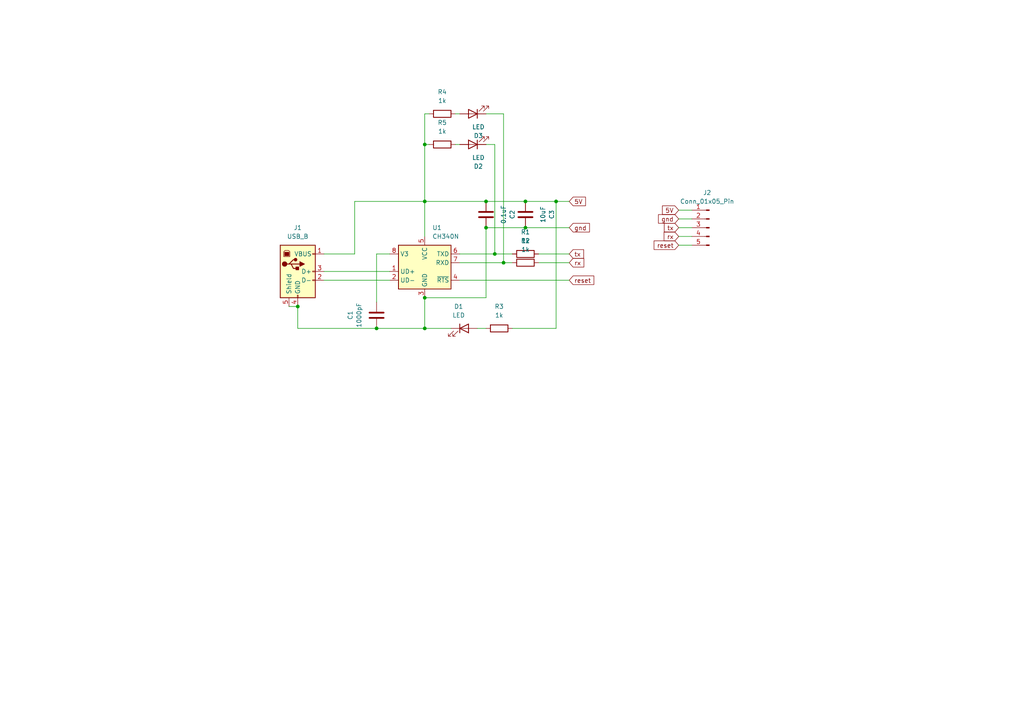
<source format=kicad_sch>
(kicad_sch (version 20231120) (generator "eeschema") (generator_version "8.0")
  (paper "A4")
  (lib_symbols
    (symbol "Connector:Conn_01x05_Pin" (pin_names (offset 1.016) hide)
      (property "Reference" "J" (at 0 7.62 0))
      (property "Value" "Conn_01x05_Pin" (at 0 -7.62 0))
      (symbol "Conn_01x05_Pin_1_1"
        (polyline (pts (xy 1.27 -5.08) (xy 0.8636 -5.08)) (stroke (width 0.1524)))
        (polyline (pts (xy 1.27 -2.54) (xy 0.8636 -2.54)) (stroke (width 0.1524)))
        (polyline (pts (xy 1.27 0) (xy 0.8636 0)) (stroke (width 0.1524)))
        (polyline (pts (xy 1.27 2.54) (xy 0.8636 2.54)) (stroke (width 0.1524)))
        (polyline (pts (xy 1.27 5.08) (xy 0.8636 5.08)) (stroke (width 0.1524)))
        (rectangle (start 0.8636 -4.953) (end 0 -5.207) (stroke (width 0.1524)) (fill (type outline)))
        (rectangle (start 0.8636 -2.413) (end 0 -2.667) (stroke (width 0.1524)) (fill (type outline)))
        (rectangle (start 0.8636 0.127) (end 0 -0.127) (stroke (width 0.1524)) (fill (type outline)))
        (rectangle (start 0.8636 2.667) (end 0 2.413) (stroke (width 0.1524)) (fill (type outline)))
        (rectangle (start 0.8636 5.207) (end 0 4.953) (stroke (width 0.1524)) (fill (type outline)))
        (pin passive line (at 5.08 5.08 180) (length 3.81) (name "Pin_1") (number "1"))
        (pin passive line (at 5.08 2.54 180) (length 3.81) (name "Pin_2") (number "2"))
        (pin passive line (at 5.08 0 180) (length 3.81) (name "Pin_3") (number "3"))
        (pin passive line (at 5.08 -2.54 180) (length 3.81) (name "Pin_4") (number "4"))
        (pin passive line (at 5.08 -5.08 180) (length 3.81) (name "Pin_5") (number "5"))
      )
    )
    (symbol "Connector:USB_B" (pin_names (offset 1.016))
      (property "Reference" "J" (at -5.08 11.43 0))
      (property "Value" "USB_B" (at -5.08 8.89 0))
      (symbol "USB_B_0_1"
        (rectangle (start -5.08 -7.62) (end 5.08 7.62) (stroke (width 0.254)) (fill (type background)))
        (circle (center -3.81 2.159) (radius 0.635) (stroke (width 0.254)) (fill (type outline)))
        (rectangle (start -3.81 5.588) (end -2.54 4.572) (fill (type outline)))
        (circle (center -0.635 3.429) (radius 0.381) (stroke (width 0.254)) (fill (type outline)))
        (rectangle (start -0.127 -7.62) (end 0.127 -6.858))
        (polyline (pts (xy -1.905 2.159) (xy 0.635 2.159)) (stroke (width 0.254)))
        (polyline (pts (xy -3.175 2.159) (xy -2.54 2.159) (xy -1.27 3.429) (xy -0.635 3.429)) (stroke (width 0.254)))
        (polyline (pts (xy -2.54 2.159) (xy -1.905 2.159) (xy -1.27 0.889) (xy 0 0.889)) (stroke (width 0.254)))
        (polyline (pts (xy 0.635 2.794) (xy 0.635 1.524) (xy 1.905 2.159) (xy 0.635 2.794)) (stroke (width 0.254)) (fill (type outline)))
        (polyline (pts (xy -4.064 4.318) (xy -2.286 4.318) (xy -2.286 5.715) (xy -2.667 6.096) (xy -3.683 6.096) (xy -4.064 5.715) (xy -4.064 4.318)))
        (rectangle (start 0.254 1.27) (end -0.508 0.508) (stroke (width 0.254)) (fill (type outline)))
        (rectangle (start 5.08 -2.667) (end 4.318 -2.413))
        (rectangle (start 5.08 -0.127) (end 4.318 0.127))
        (rectangle (start 5.08 4.953) (end 4.318 5.207))
      )
      (symbol "USB_B_1_1"
        (pin power_out line (at 7.62 5.08 180) (length 2.54) (name "VBUS") (number "1"))
        (pin bidirectional line (at 7.62 -2.54 180) (length 2.54) (name "D-") (number "2"))
        (pin bidirectional line (at 7.62 0 180) (length 2.54) (name "D+") (number "3"))
        (pin power_out line (at 0 -10.16 90) (length 2.54) (name "GND") (number "4"))
        (pin passive line (at -2.54 -10.16 90) (length 2.54) (name "Shield") (number "5"))
      )
    )
    (symbol "Device:C" (pin_numbers hide) (pin_names (offset 0.254))
      (property "Reference" "C" (at 0.635 2.54 0))
      (property "Value" "C" (at 0.635 -2.54 0))
      (symbol "C_0_1"
        (polyline (pts (xy -2.032 -0.762) (xy 2.032 -0.762)) (stroke (width 0.508)))
        (polyline (pts (xy -2.032 0.762) (xy 2.032 0.762)) (stroke (width 0.508)))
      )
      (symbol "C_1_1"
        (pin passive line (at 0 3.81 270) (length 2.794) (name "~") (number "1"))
        (pin passive line (at 0 -3.81 90) (length 2.794) (name "~") (number "2"))
      )
    )
    (symbol "Device:LED" (pin_numbers hide) (pin_names (offset 1.016) hide)
      (property "Reference" "D" (at 0 2.54 0))
      (property "Value" "LED" (at 0 -2.54 0))
      (symbol "LED_0_1"
        (polyline (pts (xy -1.27 -1.27) (xy -1.27 1.27)) (stroke (width 0.254)))
        (polyline (pts (xy -1.27 0) (xy 1.27 0)))
        (polyline (pts (xy 1.27 -1.27) (xy 1.27 1.27) (xy -1.27 0) (xy 1.27 -1.27)) (stroke (width 0.254)))
        (polyline (pts (xy -3.048 -0.762) (xy -4.572 -2.286) (xy -3.81 -2.286) (xy -4.572 -2.286) (xy -4.572 -1.524)))
        (polyline (pts (xy -1.778 -0.762) (xy -3.302 -2.286) (xy -2.54 -2.286) (xy -3.302 -2.286) (xy -3.302 -1.524)))
      )
      (symbol "LED_1_1"
        (pin passive line (at -3.81 0 0) (length 2.54) (name "K") (number "1"))
        (pin passive line (at 3.81 0 180) (length 2.54) (name "A") (number "2"))
      )
    )
    (symbol "Device:R" (pin_numbers hide) (pin_names (offset 0))
      (property "Reference" "R" (at 2.032 0 90))
      (property "Value" "R" (at 0 0 90))
      (symbol "R_0_1"
        (rectangle (start -1.016 -2.54) (end 1.016 2.54) (stroke (width 0.254)))
      )
      (symbol "R_1_1"
        (pin passive line (at 0 3.81 270) (length 1.27) (name "~") (number "1"))
        (pin passive line (at 0 -3.81 90) (length 1.27) (name "~") (number "2"))
      )
    )
    (symbol "Interface_USB:CH340N"
      (property "Reference" "U" (at -7.62 6.35 0))
      (property "Value" "CH340N" (at 7.62 6.35 0))
      (symbol "CH340N_0_1"
        (rectangle (start -7.62 5.08) (end 7.62 -7.62) (stroke (width 0.254)) (fill (type background)))
      )
      (symbol "CH340N_1_1"
        (pin bidirectional line (at -10.16 -2.54 0) (length 2.54) (name "UD+") (number "1"))
        (pin bidirectional line (at -10.16 -5.08 0) (length 2.54) (name "UD-") (number "2"))
        (pin power_in line (at 0 -10.16 90) (length 2.54) (name "GND") (number "3"))
        (pin output line (at 10.16 -5.08 180) (length 2.54) (name "~{RTS}") (number "4"))
        (pin power_in line (at 0 7.62 270) (length 2.54) (name "VCC") (number "5"))
        (pin output line (at 10.16 2.54 180) (length 2.54) (name "TXD") (number "6"))
        (pin input line (at 10.16 0 180) (length 2.54) (name "RXD") (number "7"))
        (pin passive line (at -10.16 2.54 0) (length 2.54) (name "V3") (number "8"))
      )
    )
  )
  (junction (at 86.36 88.9))
  (junction (at 140.97 58.42))
  (junction (at 123.19 58.42))
  (junction (at 123.19 41.91))
  (junction (at 140.97 66.04))
  (junction (at 152.4 58.42))
  (junction (at 109.22 95.25))
  (junction (at 123.19 86.36))
  (junction (at 146.05 76.2))
  (junction (at 143.51 73.66))
  (junction (at 123.19 95.25))
  (junction (at 161.29 58.42))
  (junction (at 152.4 66.04))
  (wire (pts (xy 200.66 71.12) (xy 196.85 71.12)))
  (wire (pts (xy 132.08 33.02) (xy 133.35 33.02)))
  (wire (pts (xy 102.87 73.66) (xy 102.87 58.42)))
  (wire (pts (xy 86.36 88.9) (xy 86.36 95.25)))
  (wire (pts (xy 146.05 33.02) (xy 146.05 76.2)))
  (wire (pts (xy 140.97 66.04) (xy 140.97 86.36)))
  (wire (pts (xy 156.21 76.2) (xy 165.1 76.2)))
  (wire (pts (xy 102.87 58.42) (xy 123.19 58.42)))
  (wire (pts (xy 83.82 88.9) (xy 86.36 88.9)))
  (wire (pts (xy 152.4 66.04) (xy 165.1 66.04)))
  (wire (pts (xy 200.66 66.04) (xy 196.85 66.04)))
  (wire (pts (xy 146.05 76.2) (xy 148.59 76.2)))
  (wire (pts (xy 161.29 58.42) (xy 161.29 95.25)))
  (wire (pts (xy 143.51 41.91) (xy 143.51 73.66)))
  (wire (pts (xy 123.19 68.58) (xy 123.19 58.42)))
  (wire (pts (xy 123.19 95.25) (xy 123.19 86.36)))
  (wire (pts (xy 140.97 66.04) (xy 152.4 66.04)))
  (wire (pts (xy 123.19 41.91) (xy 123.19 33.02)))
  (wire (pts (xy 133.35 81.28) (xy 165.1 81.28)))
  (wire (pts (xy 109.22 73.66) (xy 109.22 87.63)))
  (wire (pts (xy 123.19 86.36) (xy 140.97 86.36)))
  (wire (pts (xy 143.51 73.66) (xy 148.59 73.66)))
  (wire (pts (xy 133.35 76.2) (xy 146.05 76.2)))
  (wire (pts (xy 200.66 68.58) (xy 196.85 68.58)))
  (wire (pts (xy 93.98 78.74) (xy 113.03 78.74)))
  (wire (pts (xy 140.97 58.42) (xy 152.4 58.42)))
  (wire (pts (xy 161.29 58.42) (xy 165.1 58.42)))
  (wire (pts (xy 140.97 33.02) (xy 146.05 33.02)))
  (wire (pts (xy 200.66 60.96) (xy 196.85 60.96)))
  (wire (pts (xy 109.22 95.25) (xy 123.19 95.25)))
  (wire (pts (xy 156.21 73.66) (xy 165.1 73.66)))
  (wire (pts (xy 138.43 95.25) (xy 140.97 95.25)))
  (wire (pts (xy 152.4 58.42) (xy 161.29 58.42)))
  (wire (pts (xy 123.19 41.91) (xy 124.46 41.91)))
  (wire (pts (xy 86.36 95.25) (xy 109.22 95.25)))
  (wire (pts (xy 132.08 41.91) (xy 133.35 41.91)))
  (wire (pts (xy 123.19 58.42) (xy 123.19 41.91)))
  (wire (pts (xy 93.98 73.66) (xy 102.87 73.66)))
  (wire (pts (xy 109.22 73.66) (xy 113.03 73.66)))
  (wire (pts (xy 148.59 95.25) (xy 161.29 95.25)))
  (wire (pts (xy 140.97 41.91) (xy 143.51 41.91)))
  (wire (pts (xy 133.35 73.66) (xy 143.51 73.66)))
  (wire (pts (xy 123.19 58.42) (xy 140.97 58.42)))
  (wire (pts (xy 200.66 63.5) (xy 196.85 63.5)))
  (wire (pts (xy 123.19 95.25) (xy 130.81 95.25)))
  (wire (pts (xy 123.19 33.02) (xy 124.46 33.02)))
  (wire (pts (xy 93.98 81.28) (xy 113.03 81.28)))
  (global_label "tx" (shape input) (at 165.1 73.66 0) (property "Intersheetrefs" "${INTERSHEET_REFS}" (effects (hide yes))))
  (global_label "reset" (shape input) (at 196.85 71.12 180) (property "Intersheetrefs" "${INTERSHEET_REFS}" (effects (hide yes))))
  (global_label "gnd" (shape input) (at 196.85 63.5 180) (property "Intersheetrefs" "${INTERSHEET_REFS}" (effects (hide yes))))
  (global_label "5V" (shape input) (at 196.85 60.96 180) (property "Intersheetrefs" "${INTERSHEET_REFS}" (effects (hide yes))))
  (global_label "gnd" (shape input) (at 165.1 66.04 0) (property "Intersheetrefs" "${INTERSHEET_REFS}" (effects (hide yes))))
  (global_label "rx" (shape input) (at 196.85 68.58 180) (property "Intersheetrefs" "${INTERSHEET_REFS}" (effects (hide yes))))
  (global_label "rx" (shape input) (at 165.1 76.2 0) (property "Intersheetrefs" "${INTERSHEET_REFS}" (effects (hide yes))))
  (global_label "5V" (shape input) (at 165.1 58.42 0) (property "Intersheetrefs" "${INTERSHEET_REFS}" (effects (hide yes))))
  (global_label "tx" (shape input) (at 196.85 66.04 180) (property "Intersheetrefs" "${INTERSHEET_REFS}" (effects (hide yes))))
  (global_label "reset" (shape input) (at 165.1 81.28 0) (property "Intersheetrefs" "${INTERSHEET_REFS}" (effects (hide yes))))
  (symbol (lib_id "Device:LED") (at 134.62 95.25 0) (unit 1)
    (property "Reference" "D1" (at 133.0325 88.9 0))
    (property "Value" "LED" (at 133.0325 91.44 0))
    (property "Footprint" "LED_THT:LED_D3.0mm" (effects (hide yes)))
    (property "Description" "Light emitting diode" (effects (hide yes)))
  )
  (symbol (lib_id "Device:C") (at 140.97 62.23 180) (unit 1)
    (property "Reference" "C2" (at 148.59 62.23 90))
    (property "Value" "0.1uF" (at 146.05 62.23 90))
    (property "Footprint" "Capacitor_THT:C_Disc_D5.0mm_W2.5mm_P5.00mm" (effects (hide yes)))
    (property "Description" "Unpolarized capacitor" (effects (hide yes)))
  )
  (symbol (lib_id "Connector:USB_B") (at 86.36 78.74 0) (unit 1)
    (property "Reference" "J1" (at 86.36 66.04 0))
    (property "Value" "USB_B" (at 86.36 68.58 0))
    (property "Footprint" "Connector_USB:USB_B_OST_USB-B1HSxx_Horizontal" (effects (hide yes)))
    (property "Description" "USB Type B connector" (effects (hide yes)))
  )
  (symbol (lib_id "Interface_USB:CH340N") (at 123.19 76.2 0) (unit 1)
    (property "Reference" "U1" (at 125.3841 66.04 0) (effects (justify left)))
    (property "Value" "CH340N" (at 125.3841 68.58 0) (effects (justify left)))
    (property "Footprint" "Package_SO:SOP-8_3.9x4.9mm_P1.27mm" (effects (hide yes)))
    (property "Datasheet" "https://aitendo3.sakura.ne.jp/aitendo_data/product_img/ic/inteface/CH340N/ch340n.pdf" (effects (hide yes)))
    (property "Description" "USB serial converter, 2Mbps, UART, SOP-8" (effects (hide yes)))
  )
  (symbol (lib_id "Device:LED") (at 137.16 33.02 180) (unit 1)
    (property "Reference" "D3" (at 138.7475 39.37 0))
    (property "Value" "LED" (at 138.7475 36.83 0))
    (property "Footprint" "LED_THT:LED_D3.0mm" (effects (hide yes)))
    (property "Description" "Light emitting diode" (effects (hide yes)))
  )
  (symbol (lib_id "Device:R") (at 152.4 76.2 270) (unit 1)
    (property "Reference" "R2" (at 152.4 69.85 90))
    (property "Value" "1k" (at 152.4 72.39 90))
    (property "Footprint" "Resistor_THT:R_Axial_DIN0204_L3.6mm_D1.6mm_P5.08mm_Horizontal" (effects (hide yes)))
    (property "Description" "Resistor" (effects (hide yes)))
  )
  (symbol (lib_id "Device:C") (at 109.22 91.44 0) (unit 1)
    (property "Reference" "C1" (at 101.6 91.44 90))
    (property "Value" "1000pF" (at 104.14 91.44 90))
    (property "Footprint" "Capacitor_THT:C_Disc_D5.0mm_W2.5mm_P5.00mm" (effects (hide yes)))
    (property "Description" "Unpolarized capacitor" (effects (hide yes)))
  )
  (symbol (lib_id "Device:R") (at 144.78 95.25 270) (unit 1)
    (property "Reference" "R3" (at 144.78 88.9 90))
    (property "Value" "1k" (at 144.78 91.44 90))
    (property "Footprint" "Resistor_THT:R_Axial_DIN0204_L3.6mm_D1.6mm_P5.08mm_Horizontal" (effects (hide yes)))
    (property "Description" "Resistor" (effects (hide yes)))
  )
  (symbol (lib_id "Device:C") (at 152.4 62.23 180) (unit 1)
    (property "Reference" "C3" (at 160.02 62.23 90))
    (property "Value" "10uF" (at 157.48 62.23 90))
    (property "Footprint" "Capacitor_THT:C_Disc_D5.0mm_W2.5mm_P5.00mm" (effects (hide yes)))
    (property "Description" "Unpolarized capacitor" (effects (hide yes)))
  )
  (symbol (lib_id "Device:R") (at 152.4 73.66 270) (unit 1)
    (property "Reference" "R1" (at 152.4 67.31 90))
    (property "Value" "1k" (at 152.4 69.85 90))
    (property "Footprint" "Resistor_THT:R_Axial_DIN0204_L3.6mm_D1.6mm_P5.08mm_Horizontal" (effects (hide yes)))
    (property "Description" "Resistor" (effects (hide yes)))
  )
  (symbol (lib_id "Device:LED") (at 137.16 41.91 180) (unit 1)
    (property "Reference" "D2" (at 138.7475 48.26 0))
    (property "Value" "LED" (at 138.7475 45.72 0))
    (property "Footprint" "LED_THT:LED_D3.0mm" (effects (hide yes)))
    (property "Description" "Light emitting diode" (effects (hide yes)))
  )
  (symbol (lib_id "Connector:Conn_01x05_Pin") (at 205.74 66.04 0) (mirror y) (unit 1)
    (property "Reference" "J2" (at 205.105 55.88 0))
    (property "Value" "Conn_01x05_Pin" (at 205.105 58.42 0))
    (property "Footprint" "Connector_PinHeader_2.54mm:PinHeader_1x05_P2.54mm_Vertical" (effects (hide yes)))
    (property "Description" "Generic connector, single row, 01x05, script generated" (effects (hide yes)))
  )
  (symbol (lib_id "Device:R") (at 128.27 33.02 270) (unit 1)
    (property "Reference" "R4" (at 128.27 26.67 90))
    (property "Value" "1k" (at 128.27 29.21 90))
    (property "Footprint" "Resistor_THT:R_Axial_DIN0204_L3.6mm_D1.6mm_P5.08mm_Horizontal" (effects (hide yes)))
    (property "Description" "Resistor" (effects (hide yes)))
  )
  (symbol (lib_id "Device:R") (at 128.27 41.91 270) (unit 1)
    (property "Reference" "R5" (at 128.27 35.56 90))
    (property "Value" "1k" (at 128.27 38.1 90))
    (property "Footprint" "Resistor_THT:R_Axial_DIN0204_L3.6mm_D1.6mm_P5.08mm_Horizontal" (effects (hide yes)))
    (property "Description" "Resistor" (effects (hide yes)))
  )
)
</source>
